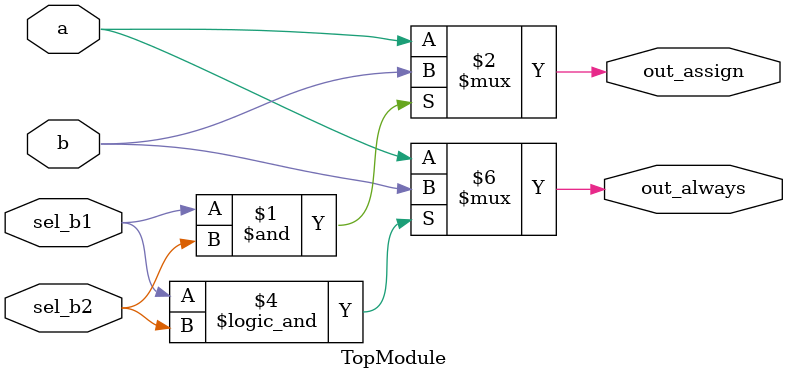
<source format=sv>

module TopModule (
  input a,
  input b,
  input sel_b1,
  input sel_b2,
  output out_assign,
  output reg out_always
);

// 2-to-1 mux implementation using assign statement and always block
assign out_assign = (sel_b1 & sel_b2) ? b : a;

always @(*) begin
  if (sel_b1 && sel_b2) begin
    out_always = b;
  end else begin
    out_always = a;
  end
end

endmodule

</source>
